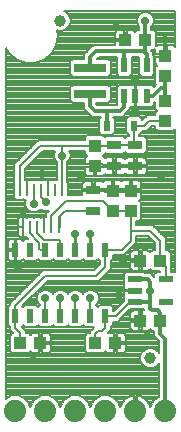
<source format=gtl>
G75*
%MOIN*%
%OFA0B0*%
%FSLAX25Y25*%
%IPPOS*%
%LPD*%
%AMOC8*
5,1,8,0,0,1.08239X$1,22.5*
%
%ADD10R,0.02165X0.04724*%
%ADD11R,0.04331X0.03937*%
%ADD12R,0.04724X0.03150*%
%ADD13R,0.03937X0.04331*%
%ADD14R,0.02480X0.03268*%
%ADD15R,0.10630X0.03150*%
%ADD16R,0.04724X0.02165*%
%ADD17R,0.02362X0.04724*%
%ADD18C,0.07400*%
%ADD19C,0.03937*%
%ADD20R,0.00906X0.03937*%
%ADD21C,0.00800*%
%ADD22C,0.02900*%
%ADD23C,0.01200*%
%ADD24C,0.00900*%
%ADD25C,0.00700*%
D10*
X0214593Y0159881D03*
X0218333Y0159881D03*
X0222073Y0159881D03*
X0222073Y0170119D03*
X0214593Y0170119D03*
D11*
X0214987Y0178500D03*
X0221680Y0178500D03*
X0219987Y0105000D03*
X0226680Y0105000D03*
X0226680Y0085000D03*
X0219987Y0085000D03*
X0211680Y0077500D03*
X0204987Y0077500D03*
X0186680Y0077500D03*
X0179987Y0077500D03*
D12*
X0204333Y0121457D03*
X0204333Y0128543D03*
X0211333Y0136457D03*
X0218333Y0136457D03*
X0218333Y0143543D03*
X0211333Y0143543D03*
D13*
X0204833Y0143346D03*
X0204833Y0136654D03*
X0210833Y0128346D03*
X0216833Y0128346D03*
X0216833Y0121654D03*
X0210833Y0121654D03*
X0228333Y0151654D03*
X0228333Y0158346D03*
X0228333Y0166654D03*
X0228333Y0173346D03*
D14*
X0217861Y0150000D03*
X0208806Y0150000D03*
D15*
X0203333Y0160669D03*
X0203333Y0169331D03*
D16*
X0218215Y0098740D03*
X0218215Y0095000D03*
X0218215Y0091260D03*
X0228452Y0091260D03*
X0228452Y0098740D03*
D17*
X0208333Y0108524D03*
X0203333Y0108524D03*
X0198333Y0108524D03*
X0193333Y0108524D03*
X0188333Y0108524D03*
X0183333Y0108524D03*
X0178333Y0108524D03*
X0178333Y0086476D03*
X0183333Y0086476D03*
X0188333Y0086476D03*
X0193333Y0086476D03*
X0198333Y0086476D03*
X0203333Y0086476D03*
X0208333Y0086476D03*
D18*
X0208333Y0055000D03*
X0198333Y0055000D03*
X0188333Y0055000D03*
X0178333Y0055000D03*
X0218333Y0055000D03*
X0228333Y0055000D03*
D19*
X0223333Y0072500D03*
X0193333Y0185000D03*
D20*
X0193885Y0128563D03*
X0191522Y0128563D03*
X0189160Y0128563D03*
X0186798Y0128563D03*
X0184436Y0128563D03*
X0182073Y0128563D03*
X0179711Y0128563D03*
X0180892Y0116122D03*
X0183255Y0116122D03*
X0185617Y0116122D03*
X0187979Y0116122D03*
X0190341Y0116122D03*
X0192703Y0116122D03*
D21*
X0175133Y0059012D02*
X0175133Y0176003D01*
X0176255Y0174060D01*
X0178713Y0171998D01*
X0181729Y0170900D01*
X0184938Y0170900D01*
X0187954Y0171998D01*
X0190412Y0174060D01*
X0190412Y0174060D01*
X0190412Y0174060D01*
X0192016Y0176840D01*
X0192574Y0180000D01*
X0192256Y0181800D01*
X0192663Y0181631D01*
X0194003Y0181631D01*
X0195241Y0182144D01*
X0196189Y0183092D01*
X0196702Y0184330D01*
X0196702Y0185670D01*
X0196189Y0186908D01*
X0195241Y0187856D01*
X0194410Y0188200D01*
X0231533Y0188200D01*
X0231533Y0176179D01*
X0231422Y0176371D01*
X0231161Y0176632D01*
X0230842Y0176816D01*
X0230486Y0176912D01*
X0228733Y0176912D01*
X0228733Y0173746D01*
X0227933Y0173746D01*
X0227933Y0172946D01*
X0224965Y0172946D01*
X0224965Y0170997D01*
X0225060Y0170641D01*
X0225245Y0170321D01*
X0225505Y0170061D01*
X0225582Y0170016D01*
X0224965Y0169399D01*
X0224965Y0163908D01*
X0225189Y0163684D01*
X0224442Y0162937D01*
X0223736Y0163644D01*
X0220411Y0163644D01*
X0220184Y0163417D01*
X0219956Y0163548D01*
X0219600Y0163644D01*
X0218475Y0163644D01*
X0218475Y0160023D01*
X0218192Y0160023D01*
X0218192Y0163644D01*
X0217066Y0163644D01*
X0216710Y0163548D01*
X0216483Y0163417D01*
X0216256Y0163644D01*
X0212931Y0163644D01*
X0212110Y0162824D01*
X0212110Y0157000D01*
X0205662Y0157000D01*
X0205333Y0157328D01*
X0205333Y0157694D01*
X0209228Y0157694D01*
X0210048Y0158515D01*
X0210048Y0162824D01*
X0209228Y0163644D01*
X0197438Y0163644D01*
X0196618Y0162824D01*
X0196618Y0158515D01*
X0197438Y0157694D01*
X0201333Y0157694D01*
X0201333Y0155672D01*
X0204005Y0153000D01*
X0206806Y0153000D01*
X0206806Y0152854D01*
X0206166Y0152214D01*
X0206166Y0147786D01*
X0206986Y0146966D01*
X0210626Y0146966D01*
X0211446Y0147786D01*
X0211446Y0152214D01*
X0210806Y0152854D01*
X0210806Y0153000D01*
X0214162Y0153000D01*
X0215333Y0154172D01*
X0216593Y0155431D01*
X0216593Y0156282D01*
X0216710Y0156215D01*
X0217066Y0156119D01*
X0218192Y0156119D01*
X0218192Y0159740D01*
X0218475Y0159740D01*
X0218475Y0156119D01*
X0219600Y0156119D01*
X0219956Y0156215D01*
X0220184Y0156346D01*
X0220411Y0156119D01*
X0223736Y0156119D01*
X0224556Y0156939D01*
X0224556Y0157881D01*
X0224965Y0157881D01*
X0224965Y0155601D01*
X0225566Y0155000D01*
X0224965Y0154399D01*
X0224965Y0153454D01*
X0222241Y0153454D01*
X0220588Y0151800D01*
X0220501Y0151800D01*
X0220501Y0152214D01*
X0219681Y0153034D01*
X0216041Y0153034D01*
X0215221Y0152214D01*
X0215221Y0147786D01*
X0216041Y0146966D01*
X0216061Y0146966D01*
X0216061Y0146518D01*
X0215391Y0146518D01*
X0214833Y0145960D01*
X0214275Y0146518D01*
X0208391Y0146518D01*
X0208083Y0146210D01*
X0207382Y0146912D01*
X0202285Y0146912D01*
X0201465Y0146092D01*
X0201465Y0145146D01*
X0185934Y0145146D01*
X0184880Y0144092D01*
X0177911Y0137124D01*
X0177911Y0131164D01*
X0177859Y0131111D01*
X0177859Y0126015D01*
X0178679Y0125194D01*
X0180744Y0125194D01*
X0180928Y0125378D01*
X0181080Y0125290D01*
X0181436Y0125194D01*
X0181846Y0125194D01*
X0181586Y0124567D01*
X0181586Y0123433D01*
X0182020Y0122386D01*
X0182821Y0121584D01*
X0183869Y0121150D01*
X0185003Y0121150D01*
X0186050Y0121584D01*
X0186734Y0122268D01*
X0187019Y0121984D01*
X0188066Y0121550D01*
X0189200Y0121550D01*
X0189435Y0121647D01*
X0188541Y0120753D01*
X0188541Y0119491D01*
X0187979Y0119491D01*
X0187342Y0119491D01*
X0186986Y0119395D01*
X0186833Y0119307D01*
X0186649Y0119491D01*
X0184584Y0119491D01*
X0184436Y0119342D01*
X0184287Y0119491D01*
X0182222Y0119491D01*
X0182038Y0119307D01*
X0181886Y0119395D01*
X0181529Y0119491D01*
X0180892Y0119491D01*
X0180255Y0119491D01*
X0179899Y0119395D01*
X0179580Y0119211D01*
X0179319Y0118950D01*
X0179135Y0118631D01*
X0179040Y0118275D01*
X0179040Y0116122D01*
X0179040Y0113969D01*
X0179135Y0113613D01*
X0179319Y0113294D01*
X0179580Y0113033D01*
X0179899Y0112849D01*
X0180255Y0112754D01*
X0180892Y0112754D01*
X0180892Y0116122D01*
X0179040Y0116122D01*
X0180892Y0116122D01*
X0180892Y0116122D01*
X0180892Y0116122D01*
X0180892Y0119491D01*
X0180892Y0116122D01*
X0180892Y0116122D01*
X0180892Y0112754D01*
X0181529Y0112754D01*
X0181886Y0112849D01*
X0181964Y0112894D01*
X0182573Y0112286D01*
X0181572Y0112286D01*
X0180780Y0111494D01*
X0180635Y0111745D01*
X0180374Y0112006D01*
X0180055Y0112190D01*
X0179699Y0112286D01*
X0178524Y0112286D01*
X0178524Y0108714D01*
X0178143Y0108714D01*
X0178143Y0108333D01*
X0178524Y0108333D01*
X0178524Y0104761D01*
X0179699Y0104761D01*
X0180055Y0104857D01*
X0180374Y0105041D01*
X0180635Y0105302D01*
X0180780Y0105554D01*
X0181572Y0104761D01*
X0185094Y0104761D01*
X0185833Y0105500D01*
X0186572Y0104761D01*
X0190094Y0104761D01*
X0190833Y0105500D01*
X0191572Y0104761D01*
X0195094Y0104761D01*
X0195833Y0105500D01*
X0196572Y0104761D01*
X0200094Y0104761D01*
X0200833Y0105500D01*
X0201572Y0104761D01*
X0205094Y0104761D01*
X0205833Y0105500D01*
X0206533Y0104800D01*
X0206533Y0103746D01*
X0204588Y0101800D01*
X0187588Y0101800D01*
X0186533Y0100746D01*
X0176533Y0090746D01*
X0176533Y0090200D01*
X0175752Y0089418D01*
X0175752Y0083534D01*
X0176533Y0082753D01*
X0176533Y0081754D01*
X0177419Y0080868D01*
X0177242Y0080868D01*
X0176422Y0080048D01*
X0176422Y0074952D01*
X0177242Y0074131D01*
X0182732Y0074131D01*
X0183350Y0074749D01*
X0183394Y0074672D01*
X0183655Y0074411D01*
X0183974Y0074227D01*
X0184330Y0074131D01*
X0186280Y0074131D01*
X0186280Y0077100D01*
X0187080Y0077100D01*
X0187080Y0077900D01*
X0190245Y0077900D01*
X0190245Y0079653D01*
X0190150Y0080009D01*
X0189965Y0080328D01*
X0189705Y0080589D01*
X0189386Y0080773D01*
X0189029Y0080868D01*
X0187080Y0080868D01*
X0187080Y0077900D01*
X0186280Y0077900D01*
X0186280Y0080868D01*
X0184330Y0080868D01*
X0183974Y0080773D01*
X0183655Y0080589D01*
X0183394Y0080328D01*
X0183350Y0080251D01*
X0182732Y0080868D01*
X0181787Y0080868D01*
X0181787Y0081592D01*
X0180380Y0082999D01*
X0180833Y0083453D01*
X0181572Y0082714D01*
X0185094Y0082714D01*
X0185833Y0083453D01*
X0186572Y0082714D01*
X0190094Y0082714D01*
X0190833Y0083453D01*
X0191572Y0082714D01*
X0195094Y0082714D01*
X0195833Y0083453D01*
X0196572Y0082714D01*
X0200094Y0082714D01*
X0200833Y0083453D01*
X0201572Y0082714D01*
X0204502Y0082714D01*
X0204033Y0082246D01*
X0203187Y0081399D01*
X0203187Y0080868D01*
X0202242Y0080868D01*
X0201422Y0080048D01*
X0201422Y0074952D01*
X0202242Y0074131D01*
X0207732Y0074131D01*
X0208350Y0074749D01*
X0208394Y0074672D01*
X0208655Y0074411D01*
X0208974Y0074227D01*
X0209330Y0074131D01*
X0211280Y0074131D01*
X0211280Y0077100D01*
X0212080Y0077100D01*
X0212080Y0077900D01*
X0215245Y0077900D01*
X0215245Y0079653D01*
X0215150Y0080009D01*
X0214965Y0080328D01*
X0214705Y0080589D01*
X0214386Y0080773D01*
X0214029Y0080868D01*
X0212080Y0080868D01*
X0212080Y0077900D01*
X0211280Y0077900D01*
X0211280Y0080868D01*
X0209330Y0080868D01*
X0209217Y0080838D01*
X0210133Y0081754D01*
X0210133Y0082753D01*
X0210914Y0083534D01*
X0210914Y0084676D01*
X0212555Y0084676D01*
X0213610Y0085731D01*
X0216656Y0088777D01*
X0221157Y0088777D01*
X0221333Y0088954D01*
X0221333Y0088368D01*
X0220387Y0088368D01*
X0220387Y0085400D01*
X0219587Y0085400D01*
X0219587Y0088368D01*
X0217637Y0088368D01*
X0217281Y0088273D01*
X0216962Y0088089D01*
X0216701Y0087828D01*
X0216517Y0087509D01*
X0216422Y0087153D01*
X0216422Y0085400D01*
X0219587Y0085400D01*
X0219587Y0084600D01*
X0220387Y0084600D01*
X0220387Y0081631D01*
X0222337Y0081631D01*
X0222693Y0081727D01*
X0223012Y0081911D01*
X0223272Y0082172D01*
X0223317Y0082249D01*
X0223935Y0081631D01*
X0224680Y0081631D01*
X0224680Y0079825D01*
X0225851Y0078654D01*
X0226333Y0078172D01*
X0226333Y0074060D01*
X0226189Y0074408D01*
X0225241Y0075356D01*
X0224003Y0075868D01*
X0222663Y0075868D01*
X0221425Y0075356D01*
X0220478Y0074408D01*
X0219965Y0073170D01*
X0219965Y0071830D01*
X0220478Y0070592D01*
X0221425Y0069644D01*
X0222663Y0069131D01*
X0224003Y0069131D01*
X0225241Y0069644D01*
X0226189Y0070592D01*
X0226333Y0070940D01*
X0226333Y0059692D01*
X0225444Y0059324D01*
X0224010Y0057889D01*
X0223308Y0056194D01*
X0223308Y0056194D01*
X0223060Y0056958D01*
X0222695Y0057673D01*
X0222223Y0058322D01*
X0221656Y0058890D01*
X0221006Y0059362D01*
X0220291Y0059726D01*
X0219528Y0059974D01*
X0218735Y0060100D01*
X0218733Y0060100D01*
X0218733Y0055400D01*
X0217933Y0055400D01*
X0217933Y0060100D01*
X0217932Y0060100D01*
X0217139Y0059974D01*
X0216376Y0059726D01*
X0215660Y0059362D01*
X0215011Y0058890D01*
X0214443Y0058322D01*
X0213971Y0057673D01*
X0213607Y0056958D01*
X0213359Y0056194D01*
X0212657Y0057889D01*
X0211222Y0059324D01*
X0209348Y0060100D01*
X0207319Y0060100D01*
X0205444Y0059324D01*
X0204010Y0057889D01*
X0203333Y0056256D01*
X0202657Y0057889D01*
X0201222Y0059324D01*
X0199348Y0060100D01*
X0197319Y0060100D01*
X0195444Y0059324D01*
X0194010Y0057889D01*
X0193333Y0056256D01*
X0192657Y0057889D01*
X0191222Y0059324D01*
X0189348Y0060100D01*
X0187319Y0060100D01*
X0185444Y0059324D01*
X0184010Y0057889D01*
X0183333Y0056256D01*
X0182657Y0057889D01*
X0181222Y0059324D01*
X0179348Y0060100D01*
X0177319Y0060100D01*
X0175444Y0059324D01*
X0175133Y0059012D01*
X0175133Y0059582D02*
X0176069Y0059582D01*
X0175133Y0060381D02*
X0226333Y0060381D01*
X0226333Y0061179D02*
X0175133Y0061179D01*
X0175133Y0061978D02*
X0226333Y0061978D01*
X0226333Y0062776D02*
X0175133Y0062776D01*
X0175133Y0063575D02*
X0226333Y0063575D01*
X0226333Y0064373D02*
X0175133Y0064373D01*
X0175133Y0065172D02*
X0226333Y0065172D01*
X0226333Y0065970D02*
X0175133Y0065970D01*
X0175133Y0066769D02*
X0226333Y0066769D01*
X0226333Y0067567D02*
X0175133Y0067567D01*
X0175133Y0068366D02*
X0226333Y0068366D01*
X0226333Y0069164D02*
X0224082Y0069164D01*
X0222584Y0069164D02*
X0175133Y0069164D01*
X0175133Y0069963D02*
X0221107Y0069963D01*
X0220407Y0070761D02*
X0175133Y0070761D01*
X0175133Y0071560D02*
X0220077Y0071560D01*
X0219965Y0072358D02*
X0175133Y0072358D01*
X0175133Y0073157D02*
X0219965Y0073157D01*
X0220290Y0073955D02*
X0175133Y0073955D01*
X0175133Y0074754D02*
X0176619Y0074754D01*
X0176422Y0075552D02*
X0175133Y0075552D01*
X0175133Y0076351D02*
X0176422Y0076351D01*
X0176422Y0077149D02*
X0175133Y0077149D01*
X0175133Y0077948D02*
X0176422Y0077948D01*
X0176422Y0078746D02*
X0175133Y0078746D01*
X0175133Y0079545D02*
X0176422Y0079545D01*
X0176717Y0080343D02*
X0175133Y0080343D01*
X0175133Y0081142D02*
X0177146Y0081142D01*
X0176533Y0081940D02*
X0175133Y0081940D01*
X0175133Y0082739D02*
X0176533Y0082739D01*
X0175752Y0083537D02*
X0175133Y0083537D01*
X0175133Y0084336D02*
X0175752Y0084336D01*
X0175752Y0085134D02*
X0175133Y0085134D01*
X0175133Y0085933D02*
X0175752Y0085933D01*
X0175752Y0086732D02*
X0175133Y0086732D01*
X0175133Y0087530D02*
X0175752Y0087530D01*
X0175752Y0088329D02*
X0175133Y0088329D01*
X0175133Y0089127D02*
X0175752Y0089127D01*
X0176259Y0089926D02*
X0175133Y0089926D01*
X0175133Y0090724D02*
X0176533Y0090724D01*
X0177310Y0091523D02*
X0175133Y0091523D01*
X0175133Y0092321D02*
X0178109Y0092321D01*
X0178907Y0093120D02*
X0175133Y0093120D01*
X0175133Y0093918D02*
X0179706Y0093918D01*
X0180504Y0094717D02*
X0175133Y0094717D01*
X0175133Y0095515D02*
X0181303Y0095515D01*
X0182101Y0096314D02*
X0175133Y0096314D01*
X0175133Y0097112D02*
X0182900Y0097112D01*
X0183698Y0097911D02*
X0175133Y0097911D01*
X0175133Y0098709D02*
X0184497Y0098709D01*
X0185295Y0099508D02*
X0175133Y0099508D01*
X0175133Y0100306D02*
X0186094Y0100306D01*
X0186892Y0101105D02*
X0175133Y0101105D01*
X0175133Y0101903D02*
X0204691Y0101903D01*
X0205489Y0102702D02*
X0175133Y0102702D01*
X0175133Y0103500D02*
X0206288Y0103500D01*
X0206533Y0104299D02*
X0175133Y0104299D01*
X0175133Y0105097D02*
X0176236Y0105097D01*
X0176293Y0105041D02*
X0176032Y0105302D01*
X0175848Y0105621D01*
X0175752Y0105977D01*
X0175752Y0108333D01*
X0178143Y0108333D01*
X0178143Y0104761D01*
X0176968Y0104761D01*
X0176612Y0104857D01*
X0176293Y0105041D01*
X0175774Y0105896D02*
X0175133Y0105896D01*
X0175133Y0106694D02*
X0175752Y0106694D01*
X0175752Y0107493D02*
X0175133Y0107493D01*
X0175133Y0108291D02*
X0175752Y0108291D01*
X0175752Y0108714D02*
X0178143Y0108714D01*
X0178143Y0112286D01*
X0176968Y0112286D01*
X0176612Y0112190D01*
X0176293Y0112006D01*
X0176032Y0111745D01*
X0175848Y0111426D01*
X0175752Y0111070D01*
X0175752Y0108714D01*
X0175752Y0109090D02*
X0175133Y0109090D01*
X0175133Y0109888D02*
X0175752Y0109888D01*
X0175752Y0110687D02*
X0175133Y0110687D01*
X0175133Y0111485D02*
X0175882Y0111485D01*
X0175133Y0112284D02*
X0176961Y0112284D01*
X0178143Y0112284D02*
X0178524Y0112284D01*
X0178524Y0111485D02*
X0178143Y0111485D01*
X0178143Y0110687D02*
X0178524Y0110687D01*
X0178524Y0109888D02*
X0178143Y0109888D01*
X0178143Y0109090D02*
X0178524Y0109090D01*
X0178524Y0108291D02*
X0178143Y0108291D01*
X0178143Y0107493D02*
X0178524Y0107493D01*
X0178524Y0106694D02*
X0178143Y0106694D01*
X0178143Y0105896D02*
X0178524Y0105896D01*
X0178524Y0105097D02*
X0178143Y0105097D01*
X0180430Y0105097D02*
X0181236Y0105097D01*
X0185430Y0105097D02*
X0186236Y0105097D01*
X0190430Y0105097D02*
X0191236Y0105097D01*
X0195430Y0105097D02*
X0196236Y0105097D01*
X0200430Y0105097D02*
X0201236Y0105097D01*
X0205430Y0105097D02*
X0206236Y0105097D01*
X0208333Y0103000D02*
X0205333Y0100000D01*
X0188333Y0100000D01*
X0178333Y0090000D01*
X0178333Y0086476D01*
X0178333Y0082500D01*
X0179987Y0080846D01*
X0179987Y0077500D01*
X0181787Y0081142D02*
X0203187Y0081142D01*
X0203728Y0081940D02*
X0181438Y0081940D01*
X0181548Y0082739D02*
X0180640Y0082739D01*
X0183257Y0080343D02*
X0183409Y0080343D01*
X0186280Y0080343D02*
X0187080Y0080343D01*
X0187080Y0079545D02*
X0186280Y0079545D01*
X0186280Y0078746D02*
X0187080Y0078746D01*
X0187080Y0077948D02*
X0186280Y0077948D01*
X0187080Y0077149D02*
X0201422Y0077149D01*
X0201422Y0076351D02*
X0190245Y0076351D01*
X0190245Y0077100D02*
X0187080Y0077100D01*
X0187080Y0074131D01*
X0189029Y0074131D01*
X0189386Y0074227D01*
X0189705Y0074411D01*
X0189965Y0074672D01*
X0190150Y0074991D01*
X0190245Y0075347D01*
X0190245Y0077100D01*
X0190245Y0077948D02*
X0201422Y0077948D01*
X0201422Y0078746D02*
X0190245Y0078746D01*
X0190245Y0079545D02*
X0201422Y0079545D01*
X0201717Y0080343D02*
X0189950Y0080343D01*
X0190119Y0082739D02*
X0191548Y0082739D01*
X0195119Y0082739D02*
X0196548Y0082739D01*
X0200119Y0082739D02*
X0201548Y0082739D01*
X0204987Y0080654D02*
X0205833Y0081500D01*
X0207333Y0081500D01*
X0208333Y0082500D01*
X0208333Y0086476D01*
X0211810Y0086476D01*
X0216593Y0091260D01*
X0218215Y0091260D01*
X0217488Y0088329D02*
X0216207Y0088329D01*
X0216529Y0087530D02*
X0215409Y0087530D01*
X0214610Y0086732D02*
X0216422Y0086732D01*
X0216422Y0085933D02*
X0213812Y0085933D01*
X0213013Y0085134D02*
X0219587Y0085134D01*
X0219587Y0084600D02*
X0216422Y0084600D01*
X0216422Y0082847D01*
X0216517Y0082491D01*
X0216701Y0082172D01*
X0216962Y0081911D01*
X0217281Y0081727D01*
X0217637Y0081631D01*
X0219587Y0081631D01*
X0219587Y0084600D01*
X0219587Y0084336D02*
X0220387Y0084336D01*
X0220387Y0083537D02*
X0219587Y0083537D01*
X0219587Y0082739D02*
X0220387Y0082739D01*
X0220387Y0081940D02*
X0219587Y0081940D01*
X0216933Y0081940D02*
X0210133Y0081940D01*
X0210133Y0082739D02*
X0216451Y0082739D01*
X0216422Y0083537D02*
X0210914Y0083537D01*
X0210914Y0084336D02*
X0216422Y0084336D01*
X0219587Y0085933D02*
X0220387Y0085933D01*
X0220387Y0086732D02*
X0219587Y0086732D01*
X0219587Y0087530D02*
X0220387Y0087530D01*
X0220387Y0088329D02*
X0219587Y0088329D01*
X0218073Y0094859D02*
X0214453Y0094859D01*
X0214453Y0093733D01*
X0214548Y0093377D01*
X0214679Y0093149D01*
X0214453Y0092922D01*
X0214453Y0091665D01*
X0211064Y0088276D01*
X0210914Y0088276D01*
X0210914Y0089418D01*
X0210094Y0090239D01*
X0206572Y0090239D01*
X0205833Y0089500D01*
X0205133Y0090200D01*
X0205133Y0090269D01*
X0205749Y0090886D01*
X0206183Y0091933D01*
X0206183Y0093067D01*
X0205749Y0094114D01*
X0204948Y0094916D01*
X0203900Y0095350D01*
X0202766Y0095350D01*
X0201719Y0094916D01*
X0200917Y0094114D01*
X0200833Y0093912D01*
X0200749Y0094114D01*
X0199948Y0094916D01*
X0198900Y0095350D01*
X0197766Y0095350D01*
X0196719Y0094916D01*
X0195917Y0094114D01*
X0195833Y0093912D01*
X0195749Y0094114D01*
X0194948Y0094916D01*
X0193900Y0095350D01*
X0192766Y0095350D01*
X0191719Y0094916D01*
X0190917Y0094114D01*
X0190833Y0093912D01*
X0190749Y0094114D01*
X0189948Y0094916D01*
X0188900Y0095350D01*
X0187766Y0095350D01*
X0186719Y0094916D01*
X0185917Y0094114D01*
X0185483Y0093067D01*
X0185483Y0091933D01*
X0185917Y0090886D01*
X0186533Y0090269D01*
X0186533Y0090200D01*
X0185833Y0089500D01*
X0185094Y0090239D01*
X0181572Y0090239D01*
X0180833Y0089500D01*
X0180606Y0089727D01*
X0189079Y0098200D01*
X0206079Y0098200D01*
X0210133Y0102254D01*
X0210133Y0104800D01*
X0210914Y0105582D01*
X0210914Y0106724D01*
X0214603Y0106724D01*
X0218633Y0110754D01*
X0218633Y0113200D01*
X0222588Y0113200D01*
X0224880Y0110908D01*
X0224880Y0108368D01*
X0223935Y0108368D01*
X0223317Y0107751D01*
X0223272Y0107828D01*
X0223012Y0108089D01*
X0222693Y0108273D01*
X0222337Y0108368D01*
X0220387Y0108368D01*
X0220387Y0105400D01*
X0219587Y0105400D01*
X0219587Y0108368D01*
X0217637Y0108368D01*
X0217281Y0108273D01*
X0216962Y0108089D01*
X0216701Y0107828D01*
X0216517Y0107509D01*
X0216422Y0107153D01*
X0216422Y0105400D01*
X0219587Y0105400D01*
X0219587Y0104600D01*
X0220387Y0104600D01*
X0220387Y0101631D01*
X0222337Y0101631D01*
X0222693Y0101727D01*
X0223012Y0101911D01*
X0223272Y0102172D01*
X0223317Y0102249D01*
X0223935Y0101631D01*
X0226652Y0101631D01*
X0226652Y0101223D01*
X0225510Y0101223D01*
X0224690Y0100403D01*
X0224690Y0099472D01*
X0224162Y0100000D01*
X0223422Y0100740D01*
X0221640Y0100740D01*
X0221157Y0101223D01*
X0215273Y0101223D01*
X0214453Y0100403D01*
X0214453Y0097078D01*
X0214679Y0096851D01*
X0214548Y0096623D01*
X0214453Y0096267D01*
X0214453Y0095141D01*
X0218073Y0095141D01*
X0218073Y0094859D01*
X0214453Y0094717D02*
X0205147Y0094717D01*
X0205831Y0093918D02*
X0214453Y0093918D01*
X0214650Y0093120D02*
X0206161Y0093120D01*
X0206183Y0092321D02*
X0214453Y0092321D01*
X0214310Y0091523D02*
X0206013Y0091523D01*
X0205588Y0090724D02*
X0213512Y0090724D01*
X0212713Y0089926D02*
X0210407Y0089926D01*
X0210914Y0089127D02*
X0211915Y0089127D01*
X0211116Y0088329D02*
X0210914Y0088329D01*
X0214453Y0095515D02*
X0186394Y0095515D01*
X0186519Y0094717D02*
X0185596Y0094717D01*
X0185836Y0093918D02*
X0184797Y0093918D01*
X0185505Y0093120D02*
X0183999Y0093120D01*
X0183200Y0092321D02*
X0185483Y0092321D01*
X0185653Y0091523D02*
X0182401Y0091523D01*
X0181603Y0090724D02*
X0186079Y0090724D01*
X0186259Y0089926D02*
X0185407Y0089926D01*
X0188333Y0092500D02*
X0188333Y0086476D01*
X0186548Y0082739D02*
X0185119Y0082739D01*
X0186280Y0076351D02*
X0187080Y0076351D01*
X0187080Y0075552D02*
X0186280Y0075552D01*
X0186280Y0074754D02*
X0187080Y0074754D01*
X0190013Y0074754D02*
X0201619Y0074754D01*
X0201422Y0075552D02*
X0190245Y0075552D01*
X0193333Y0086476D02*
X0193333Y0092500D01*
X0191519Y0094717D02*
X0190147Y0094717D01*
X0190831Y0093918D02*
X0190836Y0093918D01*
X0187991Y0097112D02*
X0214453Y0097112D01*
X0214465Y0096314D02*
X0187193Y0096314D01*
X0188790Y0097911D02*
X0214453Y0097911D01*
X0214453Y0098709D02*
X0206588Y0098709D01*
X0207387Y0099508D02*
X0214453Y0099508D01*
X0214453Y0100306D02*
X0208185Y0100306D01*
X0208984Y0101105D02*
X0215155Y0101105D01*
X0216701Y0102172D02*
X0216962Y0101911D01*
X0217281Y0101727D01*
X0217637Y0101631D01*
X0219587Y0101631D01*
X0219587Y0104600D01*
X0216422Y0104600D01*
X0216422Y0102847D01*
X0216517Y0102491D01*
X0216701Y0102172D01*
X0216976Y0101903D02*
X0209782Y0101903D01*
X0210133Y0102702D02*
X0216460Y0102702D01*
X0216422Y0103500D02*
X0210133Y0103500D01*
X0210133Y0104299D02*
X0216422Y0104299D01*
X0216422Y0105896D02*
X0210914Y0105896D01*
X0210914Y0106694D02*
X0216422Y0106694D01*
X0216513Y0107493D02*
X0215372Y0107493D01*
X0216170Y0108291D02*
X0217349Y0108291D01*
X0216969Y0109090D02*
X0224880Y0109090D01*
X0224880Y0109888D02*
X0217767Y0109888D01*
X0218566Y0110687D02*
X0224880Y0110687D01*
X0224302Y0111485D02*
X0218633Y0111485D01*
X0218633Y0112284D02*
X0223504Y0112284D01*
X0222705Y0113082D02*
X0218633Y0113082D01*
X0216833Y0111500D02*
X0213857Y0108524D01*
X0208333Y0108524D01*
X0208333Y0103000D01*
X0210430Y0105097D02*
X0219587Y0105097D01*
X0219587Y0104299D02*
X0220387Y0104299D01*
X0220387Y0103500D02*
X0219587Y0103500D01*
X0219587Y0102702D02*
X0220387Y0102702D01*
X0220387Y0101903D02*
X0219587Y0101903D01*
X0221275Y0101105D02*
X0225392Y0101105D01*
X0224690Y0100306D02*
X0223856Y0100306D01*
X0224654Y0099508D02*
X0224690Y0099508D01*
X0223663Y0101903D02*
X0222998Y0101903D01*
X0220387Y0105896D02*
X0219587Y0105896D01*
X0219587Y0106694D02*
X0220387Y0106694D01*
X0220387Y0107493D02*
X0219587Y0107493D01*
X0219587Y0108291D02*
X0220387Y0108291D01*
X0222625Y0108291D02*
X0223857Y0108291D01*
X0226680Y0105000D02*
X0226680Y0111654D01*
X0223333Y0115000D01*
X0216833Y0115000D01*
X0216833Y0111500D01*
X0216833Y0115000D02*
X0216833Y0121654D01*
X0210833Y0121654D01*
X0207487Y0125000D01*
X0195333Y0125000D01*
X0190341Y0120008D01*
X0190341Y0116122D01*
X0187979Y0116122D02*
X0187979Y0119491D01*
X0187979Y0116122D01*
X0187979Y0116122D01*
X0187979Y0116276D02*
X0187979Y0116276D01*
X0187979Y0117075D02*
X0187979Y0117075D01*
X0187979Y0117873D02*
X0187979Y0117873D01*
X0187979Y0118672D02*
X0187979Y0118672D01*
X0187979Y0119470D02*
X0187979Y0119470D01*
X0187267Y0119470D02*
X0186670Y0119470D01*
X0188541Y0120269D02*
X0175133Y0120269D01*
X0175133Y0121068D02*
X0188855Y0121068D01*
X0187303Y0121866D02*
X0186332Y0121866D01*
X0184436Y0124000D02*
X0184436Y0128563D01*
X0186798Y0128563D02*
X0186798Y0126235D01*
X0188633Y0124400D01*
X0189160Y0128563D02*
X0189160Y0131931D01*
X0188523Y0131931D01*
X0188167Y0131836D01*
X0188014Y0131748D01*
X0187831Y0131931D01*
X0185765Y0131931D01*
X0185617Y0131783D01*
X0185468Y0131931D01*
X0183403Y0131931D01*
X0183219Y0131748D01*
X0183067Y0131836D01*
X0182711Y0131931D01*
X0182074Y0131931D01*
X0182074Y0128563D01*
X0182073Y0128563D01*
X0182073Y0131931D01*
X0181511Y0131931D01*
X0181511Y0135632D01*
X0187425Y0141546D01*
X0191440Y0141546D01*
X0191035Y0140567D01*
X0191035Y0139433D01*
X0191468Y0138386D01*
X0192085Y0137769D01*
X0192085Y0131931D01*
X0190490Y0131931D01*
X0190306Y0131748D01*
X0190153Y0131836D01*
X0189797Y0131931D01*
X0189160Y0131931D01*
X0189160Y0128563D01*
X0189160Y0128563D01*
X0189160Y0129053D02*
X0189160Y0129053D01*
X0189160Y0129851D02*
X0189160Y0129851D01*
X0189160Y0130650D02*
X0189160Y0130650D01*
X0189160Y0131448D02*
X0189160Y0131448D01*
X0192085Y0132247D02*
X0181511Y0132247D01*
X0181511Y0133045D02*
X0192085Y0133045D01*
X0192085Y0133844D02*
X0181511Y0133844D01*
X0181511Y0134642D02*
X0192085Y0134642D01*
X0192085Y0135441D02*
X0181511Y0135441D01*
X0182118Y0136239D02*
X0192085Y0136239D01*
X0192085Y0137038D02*
X0182917Y0137038D01*
X0183715Y0137836D02*
X0192018Y0137836D01*
X0191365Y0138635D02*
X0184514Y0138635D01*
X0185312Y0139433D02*
X0191035Y0139433D01*
X0191035Y0140232D02*
X0186111Y0140232D01*
X0186909Y0141030D02*
X0191226Y0141030D01*
X0193885Y0140000D02*
X0193885Y0143295D01*
X0193833Y0143346D01*
X0186680Y0143346D01*
X0179711Y0136378D01*
X0179711Y0128563D01*
X0177859Y0128254D02*
X0175133Y0128254D01*
X0175133Y0127456D02*
X0177859Y0127456D01*
X0177859Y0126657D02*
X0175133Y0126657D01*
X0175133Y0125859D02*
X0178015Y0125859D01*
X0175133Y0125060D02*
X0181790Y0125060D01*
X0181586Y0124262D02*
X0175133Y0124262D01*
X0175133Y0123463D02*
X0181586Y0123463D01*
X0181904Y0122665D02*
X0175133Y0122665D01*
X0175133Y0121866D02*
X0182539Y0121866D01*
X0182202Y0119470D02*
X0181604Y0119470D01*
X0180892Y0119470D02*
X0180892Y0119470D01*
X0180180Y0119470D02*
X0175133Y0119470D01*
X0175133Y0118672D02*
X0179159Y0118672D01*
X0179040Y0117873D02*
X0175133Y0117873D01*
X0175133Y0117075D02*
X0179040Y0117075D01*
X0179040Y0116276D02*
X0175133Y0116276D01*
X0175133Y0115478D02*
X0179040Y0115478D01*
X0179040Y0114679D02*
X0175133Y0114679D01*
X0175133Y0113881D02*
X0179063Y0113881D01*
X0179531Y0113082D02*
X0175133Y0113082D01*
X0179706Y0112284D02*
X0181570Y0112284D01*
X0180892Y0113082D02*
X0180892Y0113082D01*
X0180892Y0113881D02*
X0180892Y0113881D01*
X0180892Y0114679D02*
X0180892Y0114679D01*
X0180892Y0115478D02*
X0180892Y0115478D01*
X0180892Y0116276D02*
X0180892Y0116276D01*
X0180892Y0117075D02*
X0180892Y0117075D01*
X0180892Y0117873D02*
X0180892Y0117873D01*
X0180892Y0118672D02*
X0180892Y0118672D01*
X0184307Y0119470D02*
X0184564Y0119470D01*
X0192703Y0119370D02*
X0194790Y0121457D01*
X0204333Y0121457D01*
X0200571Y0126800D02*
X0195737Y0126800D01*
X0195737Y0131111D01*
X0195684Y0131164D01*
X0195684Y0137769D01*
X0196301Y0138386D01*
X0196734Y0139433D01*
X0196734Y0140567D01*
X0196329Y0141546D01*
X0201465Y0141546D01*
X0201465Y0140601D01*
X0202082Y0139984D01*
X0202005Y0139939D01*
X0201745Y0139679D01*
X0201560Y0139359D01*
X0201465Y0139003D01*
X0201465Y0137054D01*
X0204433Y0137054D01*
X0204433Y0136254D01*
X0201465Y0136254D01*
X0201465Y0134304D01*
X0201560Y0133948D01*
X0201745Y0133629D01*
X0202005Y0133368D01*
X0202324Y0133184D01*
X0202680Y0133088D01*
X0204433Y0133088D01*
X0204433Y0136253D01*
X0205233Y0136253D01*
X0205233Y0133088D01*
X0206986Y0133088D01*
X0207342Y0133184D01*
X0207661Y0133368D01*
X0207922Y0133629D01*
X0208040Y0133833D01*
X0208112Y0133762D01*
X0208431Y0133577D01*
X0208787Y0133482D01*
X0210946Y0133482D01*
X0210946Y0136069D01*
X0211721Y0136069D01*
X0211721Y0133482D01*
X0213880Y0133482D01*
X0214236Y0133577D01*
X0214555Y0133762D01*
X0214816Y0134022D01*
X0214833Y0134053D01*
X0214851Y0134022D01*
X0215112Y0133762D01*
X0215431Y0133577D01*
X0215787Y0133482D01*
X0217946Y0133482D01*
X0217946Y0136069D01*
X0218721Y0136069D01*
X0218721Y0136844D01*
X0222096Y0136844D01*
X0222096Y0138216D01*
X0222000Y0138572D01*
X0221816Y0138891D01*
X0221555Y0139152D01*
X0221236Y0139336D01*
X0220880Y0139431D01*
X0218721Y0139431D01*
X0218721Y0136844D01*
X0217946Y0136844D01*
X0217946Y0136069D01*
X0211721Y0136069D01*
X0211721Y0136844D01*
X0215096Y0136844D01*
X0217946Y0136844D01*
X0217946Y0139431D01*
X0215787Y0139431D01*
X0215431Y0139336D01*
X0215112Y0139152D01*
X0214851Y0138891D01*
X0214833Y0138861D01*
X0214816Y0138891D01*
X0214555Y0139152D01*
X0214236Y0139336D01*
X0213880Y0139431D01*
X0211721Y0139431D01*
X0211721Y0136844D01*
X0210946Y0136844D01*
X0210946Y0136069D01*
X0208202Y0136069D01*
X0208202Y0136254D01*
X0205233Y0136254D01*
X0205233Y0137054D01*
X0207571Y0137054D01*
X0207571Y0136844D01*
X0210946Y0136844D01*
X0210946Y0139431D01*
X0208787Y0139431D01*
X0208431Y0139336D01*
X0208155Y0139177D01*
X0208106Y0139359D01*
X0207922Y0139679D01*
X0207661Y0139939D01*
X0207584Y0139984D01*
X0208202Y0140601D01*
X0208202Y0140758D01*
X0208391Y0140569D01*
X0214275Y0140569D01*
X0214833Y0141126D01*
X0215391Y0140569D01*
X0221275Y0140569D01*
X0222096Y0141389D01*
X0222096Y0145698D01*
X0221275Y0146518D01*
X0219661Y0146518D01*
X0219661Y0146966D01*
X0219681Y0146966D01*
X0220501Y0147786D01*
X0220501Y0148200D01*
X0222079Y0148200D01*
X0223732Y0149854D01*
X0224965Y0149854D01*
X0224965Y0148908D01*
X0225785Y0148088D01*
X0230882Y0148088D01*
X0231533Y0148740D01*
X0231533Y0101083D01*
X0231394Y0101223D01*
X0230252Y0101223D01*
X0230252Y0103974D01*
X0230245Y0103980D01*
X0230245Y0107548D01*
X0229425Y0108368D01*
X0228480Y0108368D01*
X0228480Y0112399D01*
X0227425Y0113454D01*
X0225133Y0115746D01*
X0224079Y0116800D01*
X0218633Y0116800D01*
X0218633Y0118088D01*
X0219382Y0118088D01*
X0220202Y0118908D01*
X0220202Y0124399D01*
X0219584Y0125016D01*
X0219661Y0125061D01*
X0219922Y0125321D01*
X0220106Y0125641D01*
X0220202Y0125997D01*
X0220202Y0127946D01*
X0217233Y0127946D01*
X0217233Y0128746D01*
X0220202Y0128746D01*
X0220202Y0130696D01*
X0220106Y0131052D01*
X0219922Y0131371D01*
X0219661Y0131632D01*
X0219342Y0131816D01*
X0218986Y0131912D01*
X0217233Y0131912D01*
X0217233Y0128746D01*
X0216433Y0128746D01*
X0216433Y0127946D01*
X0213465Y0127946D01*
X0211233Y0127946D01*
X0211233Y0128746D01*
X0216433Y0128746D01*
X0216433Y0131912D01*
X0214680Y0131912D01*
X0214324Y0131816D01*
X0214005Y0131632D01*
X0213833Y0131460D01*
X0213661Y0131632D01*
X0213342Y0131816D01*
X0212986Y0131912D01*
X0211233Y0131912D01*
X0211233Y0128746D01*
X0210433Y0128746D01*
X0210433Y0127946D01*
X0208096Y0127946D01*
X0208096Y0128156D01*
X0204721Y0128156D01*
X0204721Y0128931D01*
X0203946Y0128931D01*
X0203946Y0131518D01*
X0201787Y0131518D01*
X0201431Y0131423D01*
X0201112Y0131238D01*
X0200851Y0130978D01*
X0200667Y0130658D01*
X0200571Y0130302D01*
X0200571Y0128931D01*
X0203946Y0128931D01*
X0203946Y0128156D01*
X0200571Y0128156D01*
X0200571Y0126800D01*
X0200571Y0127456D02*
X0195737Y0127456D01*
X0195737Y0128254D02*
X0203946Y0128254D01*
X0204721Y0128254D02*
X0210433Y0128254D01*
X0210433Y0128746D02*
X0207465Y0128746D01*
X0207465Y0128931D01*
X0204721Y0128931D01*
X0204721Y0131518D01*
X0206880Y0131518D01*
X0207236Y0131423D01*
X0207555Y0131238D01*
X0207627Y0131167D01*
X0207745Y0131371D01*
X0208005Y0131632D01*
X0208324Y0131816D01*
X0208680Y0131912D01*
X0210433Y0131912D01*
X0210433Y0128746D01*
X0210433Y0129053D02*
X0211233Y0129053D01*
X0211233Y0129851D02*
X0210433Y0129851D01*
X0210433Y0130650D02*
X0211233Y0130650D01*
X0211233Y0131448D02*
X0210433Y0131448D01*
X0210946Y0133844D02*
X0211721Y0133844D01*
X0211721Y0134642D02*
X0210946Y0134642D01*
X0210946Y0135441D02*
X0211721Y0135441D01*
X0211721Y0136239D02*
X0217946Y0136239D01*
X0218721Y0136239D02*
X0231533Y0136239D01*
X0231533Y0135441D02*
X0222096Y0135441D01*
X0222096Y0136069D02*
X0218721Y0136069D01*
X0218721Y0133482D01*
X0220880Y0133482D01*
X0221236Y0133577D01*
X0221555Y0133762D01*
X0221816Y0134022D01*
X0222000Y0134341D01*
X0222096Y0134698D01*
X0222096Y0136069D01*
X0222096Y0137038D02*
X0231533Y0137038D01*
X0231533Y0137836D02*
X0222096Y0137836D01*
X0221964Y0138635D02*
X0231533Y0138635D01*
X0231533Y0139433D02*
X0208064Y0139433D01*
X0207832Y0140232D02*
X0231533Y0140232D01*
X0231533Y0141030D02*
X0221737Y0141030D01*
X0222096Y0141829D02*
X0231533Y0141829D01*
X0231533Y0142627D02*
X0222096Y0142627D01*
X0222096Y0143426D02*
X0231533Y0143426D01*
X0231533Y0144224D02*
X0222096Y0144224D01*
X0222096Y0145023D02*
X0231533Y0145023D01*
X0231533Y0145821D02*
X0221972Y0145821D01*
X0222096Y0148217D02*
X0225656Y0148217D01*
X0224965Y0149015D02*
X0222894Y0149015D01*
X0223693Y0149814D02*
X0224965Y0149814D01*
X0222987Y0151654D02*
X0221333Y0150000D01*
X0217861Y0150000D01*
X0217861Y0144016D01*
X0218333Y0143543D01*
X0211333Y0143543D01*
X0211136Y0143346D01*
X0204833Y0143346D01*
X0193833Y0143346D01*
X0193885Y0140000D02*
X0193885Y0128563D01*
X0195737Y0129053D02*
X0200571Y0129053D01*
X0200571Y0129851D02*
X0195737Y0129851D01*
X0195737Y0130650D02*
X0200664Y0130650D01*
X0201526Y0131448D02*
X0195684Y0131448D01*
X0195684Y0132247D02*
X0231533Y0132247D01*
X0231533Y0133045D02*
X0195684Y0133045D01*
X0195684Y0133844D02*
X0201620Y0133844D01*
X0201465Y0134642D02*
X0195684Y0134642D01*
X0195684Y0135441D02*
X0201465Y0135441D01*
X0201465Y0136239D02*
X0195684Y0136239D01*
X0195684Y0137038D02*
X0204433Y0137038D01*
X0204433Y0136239D02*
X0205233Y0136239D01*
X0205233Y0135441D02*
X0204433Y0135441D01*
X0204433Y0134642D02*
X0205233Y0134642D01*
X0205233Y0133844D02*
X0204433Y0133844D01*
X0204721Y0131448D02*
X0203946Y0131448D01*
X0203946Y0130650D02*
X0204721Y0130650D01*
X0204721Y0129851D02*
X0203946Y0129851D01*
X0203946Y0129053D02*
X0204721Y0129053D01*
X0207141Y0131448D02*
X0207821Y0131448D01*
X0211233Y0128254D02*
X0216433Y0128254D01*
X0216433Y0129053D02*
X0217233Y0129053D01*
X0217233Y0129851D02*
X0216433Y0129851D01*
X0216433Y0130650D02*
X0217233Y0130650D01*
X0217233Y0131448D02*
X0216433Y0131448D01*
X0215029Y0133844D02*
X0214637Y0133844D01*
X0217946Y0133844D02*
X0218721Y0133844D01*
X0218721Y0134642D02*
X0217946Y0134642D01*
X0217946Y0135441D02*
X0218721Y0135441D01*
X0218721Y0137038D02*
X0217946Y0137038D01*
X0217946Y0137836D02*
X0218721Y0137836D01*
X0218721Y0138635D02*
X0217946Y0138635D01*
X0214929Y0141030D02*
X0214737Y0141030D01*
X0211721Y0138635D02*
X0210946Y0138635D01*
X0210946Y0137836D02*
X0211721Y0137836D01*
X0211721Y0137038D02*
X0210946Y0137038D01*
X0210946Y0136239D02*
X0208202Y0136239D01*
X0207571Y0137038D02*
X0205233Y0137038D01*
X0201465Y0137836D02*
X0195751Y0137836D01*
X0196404Y0138635D02*
X0201465Y0138635D01*
X0201603Y0139433D02*
X0196734Y0139433D01*
X0196734Y0140232D02*
X0201834Y0140232D01*
X0201465Y0141030D02*
X0196543Y0141030D01*
X0201465Y0145821D02*
X0175133Y0145821D01*
X0175133Y0145023D02*
X0185811Y0145023D01*
X0185012Y0144224D02*
X0175133Y0144224D01*
X0175133Y0143426D02*
X0184214Y0143426D01*
X0183415Y0142627D02*
X0175133Y0142627D01*
X0175133Y0141829D02*
X0182617Y0141829D01*
X0181818Y0141030D02*
X0175133Y0141030D01*
X0175133Y0140232D02*
X0181020Y0140232D01*
X0180221Y0139433D02*
X0175133Y0139433D01*
X0175133Y0138635D02*
X0179423Y0138635D01*
X0178624Y0137836D02*
X0175133Y0137836D01*
X0175133Y0137038D02*
X0177911Y0137038D01*
X0177911Y0136239D02*
X0175133Y0136239D01*
X0175133Y0135441D02*
X0177911Y0135441D01*
X0177911Y0134642D02*
X0175133Y0134642D01*
X0175133Y0133844D02*
X0177911Y0133844D01*
X0177911Y0133045D02*
X0175133Y0133045D01*
X0175133Y0132247D02*
X0177911Y0132247D01*
X0177911Y0131448D02*
X0175133Y0131448D01*
X0175133Y0130650D02*
X0177859Y0130650D01*
X0177859Y0129851D02*
X0175133Y0129851D01*
X0175133Y0129053D02*
X0177859Y0129053D01*
X0182073Y0129053D02*
X0182074Y0129053D01*
X0182073Y0129851D02*
X0182074Y0129851D01*
X0182073Y0130650D02*
X0182074Y0130650D01*
X0182073Y0131448D02*
X0182074Y0131448D01*
X0175133Y0146620D02*
X0201993Y0146620D01*
X0206166Y0148217D02*
X0175133Y0148217D01*
X0175133Y0149015D02*
X0206166Y0149015D01*
X0206166Y0149814D02*
X0175133Y0149814D01*
X0175133Y0150612D02*
X0206166Y0150612D01*
X0206166Y0151411D02*
X0175133Y0151411D01*
X0175133Y0152209D02*
X0206166Y0152209D01*
X0203997Y0153008D02*
X0175133Y0153008D01*
X0175133Y0153806D02*
X0203198Y0153806D01*
X0202400Y0154605D02*
X0175133Y0154605D01*
X0175133Y0155403D02*
X0201601Y0155403D01*
X0201333Y0156202D02*
X0175133Y0156202D01*
X0175133Y0157001D02*
X0201333Y0157001D01*
X0197334Y0157799D02*
X0175133Y0157799D01*
X0175133Y0158598D02*
X0196618Y0158598D01*
X0196618Y0159396D02*
X0175133Y0159396D01*
X0175133Y0160195D02*
X0196618Y0160195D01*
X0196618Y0160993D02*
X0175133Y0160993D01*
X0175133Y0161792D02*
X0196618Y0161792D01*
X0196618Y0162590D02*
X0175133Y0162590D01*
X0175133Y0163389D02*
X0197183Y0163389D01*
X0197438Y0166356D02*
X0209228Y0166356D01*
X0210048Y0167176D01*
X0210048Y0171485D01*
X0209228Y0172305D01*
X0205467Y0172305D01*
X0206162Y0173000D01*
X0212110Y0173000D01*
X0212110Y0167176D01*
X0212931Y0166356D01*
X0216256Y0166356D01*
X0217076Y0167176D01*
X0217076Y0173000D01*
X0219591Y0173000D01*
X0219591Y0167176D01*
X0220411Y0166356D01*
X0223736Y0166356D01*
X0224556Y0167176D01*
X0224556Y0173061D01*
X0224073Y0173543D01*
X0224073Y0174569D01*
X0223680Y0174962D01*
X0223680Y0175131D01*
X0224425Y0175131D01*
X0224965Y0175671D01*
X0224965Y0173746D01*
X0227933Y0173746D01*
X0227933Y0176912D01*
X0226180Y0176912D01*
X0225824Y0176816D01*
X0225505Y0176632D01*
X0225245Y0176372D01*
X0225245Y0181048D01*
X0224425Y0181868D01*
X0223680Y0181868D01*
X0223680Y0182969D01*
X0224096Y0183386D01*
X0224530Y0184433D01*
X0224530Y0185567D01*
X0224096Y0186614D01*
X0223294Y0187416D01*
X0222247Y0187850D01*
X0221113Y0187850D01*
X0220065Y0187416D01*
X0219264Y0186614D01*
X0218830Y0185567D01*
X0218830Y0184433D01*
X0219264Y0183386D01*
X0219680Y0182969D01*
X0219680Y0181868D01*
X0218935Y0181868D01*
X0218317Y0181251D01*
X0218272Y0181328D01*
X0218012Y0181589D01*
X0217693Y0181773D01*
X0217337Y0181868D01*
X0215387Y0181868D01*
X0215387Y0178900D01*
X0214587Y0178900D01*
X0214587Y0181868D01*
X0212637Y0181868D01*
X0212281Y0181773D01*
X0211962Y0181589D01*
X0211701Y0181328D01*
X0211517Y0181009D01*
X0211422Y0180653D01*
X0211422Y0178900D01*
X0214587Y0178900D01*
X0214587Y0178100D01*
X0211422Y0178100D01*
X0211422Y0177000D01*
X0204505Y0177000D01*
X0203333Y0175828D01*
X0201333Y0173828D01*
X0201333Y0172305D01*
X0197438Y0172305D01*
X0196618Y0171485D01*
X0196618Y0167176D01*
X0197438Y0166356D01*
X0197212Y0166583D02*
X0175133Y0166583D01*
X0175133Y0167381D02*
X0196618Y0167381D01*
X0196618Y0168180D02*
X0175133Y0168180D01*
X0175133Y0168978D02*
X0196618Y0168978D01*
X0196618Y0169777D02*
X0175133Y0169777D01*
X0175133Y0170575D02*
X0196618Y0170575D01*
X0196618Y0171374D02*
X0186239Y0171374D01*
X0187954Y0171998D02*
X0187954Y0171998D01*
X0188162Y0172172D02*
X0197305Y0172172D01*
X0201333Y0172971D02*
X0189113Y0172971D01*
X0190065Y0173769D02*
X0201333Y0173769D01*
X0202073Y0174568D02*
X0190705Y0174568D01*
X0191166Y0175366D02*
X0202871Y0175366D01*
X0203670Y0176165D02*
X0191627Y0176165D01*
X0192016Y0176840D02*
X0192016Y0176840D01*
X0192038Y0176963D02*
X0204468Y0176963D01*
X0206132Y0172971D02*
X0212110Y0172971D01*
X0212110Y0172172D02*
X0209361Y0172172D01*
X0210048Y0171374D02*
X0212110Y0171374D01*
X0212110Y0170575D02*
X0210048Y0170575D01*
X0210048Y0169777D02*
X0212110Y0169777D01*
X0212110Y0168978D02*
X0210048Y0168978D01*
X0210048Y0168180D02*
X0212110Y0168180D01*
X0212110Y0167381D02*
X0210048Y0167381D01*
X0209455Y0166583D02*
X0212704Y0166583D01*
X0212676Y0163389D02*
X0209484Y0163389D01*
X0210048Y0162590D02*
X0212110Y0162590D01*
X0212110Y0161792D02*
X0210048Y0161792D01*
X0210048Y0160993D02*
X0212110Y0160993D01*
X0212110Y0160195D02*
X0210048Y0160195D01*
X0210048Y0159396D02*
X0212110Y0159396D01*
X0212110Y0158598D02*
X0210048Y0158598D01*
X0209333Y0157799D02*
X0212110Y0157799D01*
X0212110Y0157001D02*
X0205661Y0157001D01*
X0206533Y0147418D02*
X0175133Y0147418D01*
X0175133Y0164187D02*
X0224965Y0164187D01*
X0224965Y0164986D02*
X0175133Y0164986D01*
X0175133Y0165784D02*
X0224965Y0165784D01*
X0224965Y0166583D02*
X0223962Y0166583D01*
X0224556Y0167381D02*
X0224965Y0167381D01*
X0224965Y0168180D02*
X0224556Y0168180D01*
X0224556Y0168978D02*
X0224965Y0168978D01*
X0225343Y0169777D02*
X0224556Y0169777D01*
X0224556Y0170575D02*
X0225098Y0170575D01*
X0224965Y0171374D02*
X0224556Y0171374D01*
X0224556Y0172172D02*
X0224965Y0172172D01*
X0224556Y0172971D02*
X0227933Y0172971D01*
X0227933Y0173769D02*
X0228733Y0173769D01*
X0228733Y0174568D02*
X0227933Y0174568D01*
X0227933Y0175366D02*
X0228733Y0175366D01*
X0228733Y0176165D02*
X0227933Y0176165D01*
X0225245Y0176963D02*
X0231533Y0176963D01*
X0231533Y0177762D02*
X0225245Y0177762D01*
X0225245Y0178560D02*
X0231533Y0178560D01*
X0231533Y0179359D02*
X0225245Y0179359D01*
X0225245Y0180157D02*
X0231533Y0180157D01*
X0231533Y0180956D02*
X0225245Y0180956D01*
X0224539Y0181754D02*
X0231533Y0181754D01*
X0231533Y0182553D02*
X0223680Y0182553D01*
X0224062Y0183351D02*
X0231533Y0183351D01*
X0231533Y0184150D02*
X0224412Y0184150D01*
X0224530Y0184948D02*
X0231533Y0184948D01*
X0231533Y0185747D02*
X0224455Y0185747D01*
X0224124Y0186545D02*
X0231533Y0186545D01*
X0231533Y0187344D02*
X0223366Y0187344D01*
X0219993Y0187344D02*
X0195753Y0187344D01*
X0196339Y0186545D02*
X0219235Y0186545D01*
X0218904Y0185747D02*
X0196670Y0185747D01*
X0196702Y0184948D02*
X0218830Y0184948D01*
X0218947Y0184150D02*
X0196627Y0184150D01*
X0196296Y0183351D02*
X0219298Y0183351D01*
X0219680Y0182553D02*
X0195650Y0182553D01*
X0194300Y0181754D02*
X0212249Y0181754D01*
X0211503Y0180956D02*
X0192405Y0180956D01*
X0192367Y0181754D02*
X0192264Y0181754D01*
X0192546Y0180157D02*
X0211422Y0180157D01*
X0211422Y0179359D02*
X0192461Y0179359D01*
X0192574Y0180000D02*
X0192574Y0180000D01*
X0192320Y0178560D02*
X0214587Y0178560D01*
X0214587Y0179359D02*
X0215387Y0179359D01*
X0215387Y0180157D02*
X0214587Y0180157D01*
X0214587Y0180956D02*
X0215387Y0180956D01*
X0215387Y0181754D02*
X0214587Y0181754D01*
X0217725Y0181754D02*
X0218820Y0181754D01*
X0211422Y0177762D02*
X0192179Y0177762D01*
X0194549Y0188142D02*
X0231533Y0188142D01*
X0224965Y0175366D02*
X0224660Y0175366D01*
X0224965Y0174568D02*
X0224073Y0174568D01*
X0224073Y0173769D02*
X0224965Y0173769D01*
X0219591Y0172971D02*
X0217076Y0172971D01*
X0217076Y0172172D02*
X0219591Y0172172D01*
X0219591Y0171374D02*
X0217076Y0171374D01*
X0217076Y0170575D02*
X0219591Y0170575D01*
X0219591Y0169777D02*
X0217076Y0169777D01*
X0217076Y0168978D02*
X0219591Y0168978D01*
X0219591Y0168180D02*
X0217076Y0168180D01*
X0217076Y0167381D02*
X0219591Y0167381D01*
X0220185Y0166583D02*
X0216482Y0166583D01*
X0218192Y0163389D02*
X0218475Y0163389D01*
X0218475Y0162590D02*
X0218192Y0162590D01*
X0218192Y0161792D02*
X0218475Y0161792D01*
X0218475Y0160993D02*
X0218192Y0160993D01*
X0218192Y0160195D02*
X0218475Y0160195D01*
X0218475Y0159396D02*
X0218192Y0159396D01*
X0218192Y0158598D02*
X0218475Y0158598D01*
X0218475Y0157799D02*
X0218192Y0157799D01*
X0218192Y0157001D02*
X0218475Y0157001D01*
X0218475Y0156202D02*
X0218192Y0156202D01*
X0216758Y0156202D02*
X0216593Y0156202D01*
X0216565Y0155403D02*
X0225163Y0155403D01*
X0225171Y0154605D02*
X0215767Y0154605D01*
X0214968Y0153806D02*
X0224965Y0153806D01*
X0224965Y0156202D02*
X0223819Y0156202D01*
X0224556Y0157001D02*
X0224965Y0157001D01*
X0224965Y0157799D02*
X0224556Y0157799D01*
X0220328Y0156202D02*
X0219909Y0156202D01*
X0219707Y0153008D02*
X0221796Y0153008D01*
X0220997Y0152209D02*
X0220501Y0152209D01*
X0222987Y0151654D02*
X0228333Y0151654D01*
X0231010Y0148217D02*
X0231533Y0148217D01*
X0231533Y0147418D02*
X0220133Y0147418D01*
X0219661Y0146620D02*
X0231533Y0146620D01*
X0231533Y0134642D02*
X0222081Y0134642D01*
X0221637Y0133844D02*
X0231533Y0133844D01*
X0231533Y0131448D02*
X0219845Y0131448D01*
X0220202Y0130650D02*
X0231533Y0130650D01*
X0231533Y0129851D02*
X0220202Y0129851D01*
X0220202Y0129053D02*
X0231533Y0129053D01*
X0231533Y0128254D02*
X0217233Y0128254D01*
X0220202Y0127456D02*
X0231533Y0127456D01*
X0231533Y0126657D02*
X0220202Y0126657D01*
X0220165Y0125859D02*
X0231533Y0125859D01*
X0231533Y0125060D02*
X0219660Y0125060D01*
X0220202Y0124262D02*
X0231533Y0124262D01*
X0231533Y0123463D02*
X0220202Y0123463D01*
X0220202Y0122665D02*
X0231533Y0122665D01*
X0231533Y0121866D02*
X0220202Y0121866D01*
X0220202Y0121068D02*
X0231533Y0121068D01*
X0231533Y0120269D02*
X0220202Y0120269D01*
X0220202Y0119470D02*
X0231533Y0119470D01*
X0231533Y0118672D02*
X0219966Y0118672D01*
X0218633Y0117873D02*
X0231533Y0117873D01*
X0231533Y0117075D02*
X0218633Y0117075D01*
X0224602Y0116276D02*
X0231533Y0116276D01*
X0231533Y0115478D02*
X0225401Y0115478D01*
X0226199Y0114679D02*
X0231533Y0114679D01*
X0231533Y0113881D02*
X0226998Y0113881D01*
X0227425Y0113454D02*
X0227425Y0113454D01*
X0227797Y0113082D02*
X0231533Y0113082D01*
X0231533Y0112284D02*
X0228480Y0112284D01*
X0228480Y0111485D02*
X0231533Y0111485D01*
X0231533Y0110687D02*
X0228480Y0110687D01*
X0228480Y0109888D02*
X0231533Y0109888D01*
X0231533Y0109090D02*
X0228480Y0109090D01*
X0229502Y0108291D02*
X0231533Y0108291D01*
X0231533Y0107493D02*
X0230245Y0107493D01*
X0230245Y0106694D02*
X0231533Y0106694D01*
X0231533Y0105896D02*
X0230245Y0105896D01*
X0230245Y0105097D02*
X0231533Y0105097D01*
X0231533Y0104299D02*
X0230245Y0104299D01*
X0230252Y0103500D02*
X0231533Y0103500D01*
X0231533Y0102702D02*
X0230252Y0102702D01*
X0230252Y0101903D02*
X0231533Y0101903D01*
X0231512Y0101105D02*
X0231533Y0101105D01*
X0228452Y0103228D02*
X0226680Y0105000D01*
X0228452Y0103228D02*
X0228452Y0098740D01*
X0223626Y0081940D02*
X0223041Y0081940D01*
X0224680Y0081142D02*
X0209521Y0081142D01*
X0211280Y0080343D02*
X0212080Y0080343D01*
X0212080Y0079545D02*
X0211280Y0079545D01*
X0211280Y0078746D02*
X0212080Y0078746D01*
X0212080Y0077948D02*
X0211280Y0077948D01*
X0212080Y0077149D02*
X0226333Y0077149D01*
X0226333Y0076351D02*
X0215245Y0076351D01*
X0215245Y0077100D02*
X0212080Y0077100D01*
X0212080Y0074131D01*
X0214029Y0074131D01*
X0214386Y0074227D01*
X0214705Y0074411D01*
X0214965Y0074672D01*
X0215150Y0074991D01*
X0215245Y0075347D01*
X0215245Y0077100D01*
X0215245Y0077948D02*
X0226333Y0077948D01*
X0225758Y0078746D02*
X0215245Y0078746D01*
X0215245Y0079545D02*
X0224960Y0079545D01*
X0224680Y0080343D02*
X0214950Y0080343D01*
X0215245Y0075552D02*
X0221900Y0075552D01*
X0220823Y0074754D02*
X0215013Y0074754D01*
X0212080Y0074754D02*
X0211280Y0074754D01*
X0211280Y0075552D02*
X0212080Y0075552D01*
X0212080Y0076351D02*
X0211280Y0076351D01*
X0204987Y0077500D02*
X0204987Y0080654D01*
X0203333Y0086476D02*
X0203333Y0092500D01*
X0201519Y0094717D02*
X0200147Y0094717D01*
X0200831Y0093918D02*
X0200836Y0093918D01*
X0198333Y0092500D02*
X0198333Y0086476D01*
X0205407Y0089926D02*
X0206259Y0089926D01*
X0196519Y0094717D02*
X0195147Y0094717D01*
X0195831Y0093918D02*
X0195836Y0093918D01*
X0181259Y0089926D02*
X0180804Y0089926D01*
X0180598Y0059582D02*
X0186069Y0059582D01*
X0184904Y0058784D02*
X0181762Y0058784D01*
X0182561Y0057985D02*
X0184106Y0057985D01*
X0183719Y0057187D02*
X0182948Y0057187D01*
X0183279Y0056388D02*
X0183388Y0056388D01*
X0190598Y0059582D02*
X0196069Y0059582D01*
X0194904Y0058784D02*
X0191762Y0058784D01*
X0192561Y0057985D02*
X0194106Y0057985D01*
X0193719Y0057187D02*
X0192948Y0057187D01*
X0193279Y0056388D02*
X0193388Y0056388D01*
X0200598Y0059582D02*
X0206069Y0059582D01*
X0204904Y0058784D02*
X0201762Y0058784D01*
X0202561Y0057985D02*
X0204106Y0057985D01*
X0203719Y0057187D02*
X0202948Y0057187D01*
X0203279Y0056388D02*
X0203388Y0056388D01*
X0210598Y0059582D02*
X0216093Y0059582D01*
X0214904Y0058784D02*
X0211762Y0058784D01*
X0212561Y0057985D02*
X0214198Y0057985D01*
X0213724Y0057187D02*
X0212948Y0057187D01*
X0213279Y0056388D02*
X0213422Y0056388D01*
X0213359Y0056194D02*
X0213359Y0056194D01*
X0217933Y0056388D02*
X0218733Y0056388D01*
X0218733Y0055590D02*
X0217933Y0055590D01*
X0217933Y0057187D02*
X0218733Y0057187D01*
X0218733Y0057985D02*
X0217933Y0057985D01*
X0217933Y0058784D02*
X0218733Y0058784D01*
X0218733Y0059582D02*
X0217933Y0059582D01*
X0220574Y0059582D02*
X0226069Y0059582D01*
X0224904Y0058784D02*
X0221762Y0058784D01*
X0222468Y0057985D02*
X0224106Y0057985D01*
X0223719Y0057187D02*
X0222943Y0057187D01*
X0223245Y0056388D02*
X0223388Y0056388D01*
X0225560Y0069963D02*
X0226333Y0069963D01*
X0226333Y0070761D02*
X0226259Y0070761D01*
X0226333Y0074754D02*
X0225843Y0074754D01*
X0226333Y0075552D02*
X0224767Y0075552D01*
X0216061Y0146620D02*
X0207674Y0146620D01*
X0211078Y0147418D02*
X0215589Y0147418D01*
X0215221Y0148217D02*
X0211446Y0148217D01*
X0211446Y0149015D02*
X0215221Y0149015D01*
X0215221Y0149814D02*
X0211446Y0149814D01*
X0211446Y0150612D02*
X0215221Y0150612D01*
X0215221Y0151411D02*
X0211446Y0151411D01*
X0211446Y0152209D02*
X0215221Y0152209D01*
X0216015Y0153008D02*
X0214170Y0153008D01*
X0223991Y0163389D02*
X0224894Y0163389D01*
X0180427Y0171374D02*
X0175133Y0171374D01*
X0175133Y0172172D02*
X0178505Y0172172D01*
X0178713Y0171998D02*
X0178713Y0171998D01*
X0177553Y0172971D02*
X0175133Y0172971D01*
X0175133Y0173769D02*
X0176602Y0173769D01*
X0176255Y0174060D02*
X0176255Y0174060D01*
X0175962Y0174568D02*
X0175133Y0174568D01*
X0175133Y0175366D02*
X0175501Y0175366D01*
D22*
X0193885Y0140000D03*
X0200333Y0133000D03*
X0187333Y0134000D03*
X0188633Y0124400D03*
X0184436Y0124000D03*
X0180833Y0121500D03*
X0179333Y0103000D03*
X0188333Y0092500D03*
X0193333Y0092500D03*
X0198333Y0092500D03*
X0203333Y0092500D03*
X0212833Y0093500D03*
X0223333Y0095000D03*
X0214333Y0105000D03*
X0203333Y0113700D03*
X0198333Y0113700D03*
X0226833Y0132500D03*
X0218333Y0154500D03*
X0218333Y0165500D03*
X0228333Y0178500D03*
X0221680Y0185000D03*
X0211833Y0183000D03*
X0222333Y0080000D03*
X0184333Y0072000D03*
D23*
X0218215Y0091260D02*
X0223333Y0091260D01*
X0223333Y0089000D01*
X0223833Y0088500D01*
X0225833Y0088500D01*
X0226680Y0087654D01*
X0226680Y0085000D01*
X0226680Y0080654D01*
X0228333Y0079000D01*
X0228333Y0055000D01*
X0223333Y0091260D02*
X0223333Y0095000D01*
X0223333Y0098000D01*
X0222593Y0098740D01*
X0218215Y0098740D01*
X0208806Y0150000D02*
X0208806Y0154528D01*
X0208333Y0155000D01*
X0204833Y0155000D01*
X0203333Y0156500D01*
X0203333Y0160669D01*
X0208333Y0155000D02*
X0213333Y0155000D01*
X0214593Y0156260D01*
X0214593Y0159881D01*
X0222073Y0159881D02*
X0224215Y0159881D01*
X0226833Y0162500D01*
X0228333Y0162500D01*
X0228333Y0166654D01*
X0228333Y0162500D02*
X0228333Y0158346D01*
X0222073Y0170119D02*
X0222073Y0173740D01*
X0221680Y0174134D01*
X0221680Y0175000D01*
X0214593Y0175000D01*
X0213333Y0175000D01*
X0205333Y0175000D01*
X0203333Y0173000D01*
X0203333Y0169331D01*
X0214593Y0170119D02*
X0214593Y0175000D01*
X0221680Y0175000D02*
X0221680Y0178500D01*
X0221680Y0185000D01*
D24*
X0192703Y0119370D02*
X0192703Y0116122D01*
X0198333Y0113700D02*
X0198333Y0108524D01*
X0203333Y0108524D02*
X0203333Y0113700D01*
D25*
X0193333Y0111500D02*
X0193333Y0108524D01*
X0193333Y0111500D02*
X0192833Y0112000D01*
X0187833Y0112000D01*
X0185617Y0114217D01*
X0185617Y0116122D01*
X0183255Y0116122D02*
X0183255Y0114079D01*
X0186333Y0111000D01*
X0186333Y0109000D01*
X0186810Y0108524D01*
X0188333Y0108524D01*
M02*

</source>
